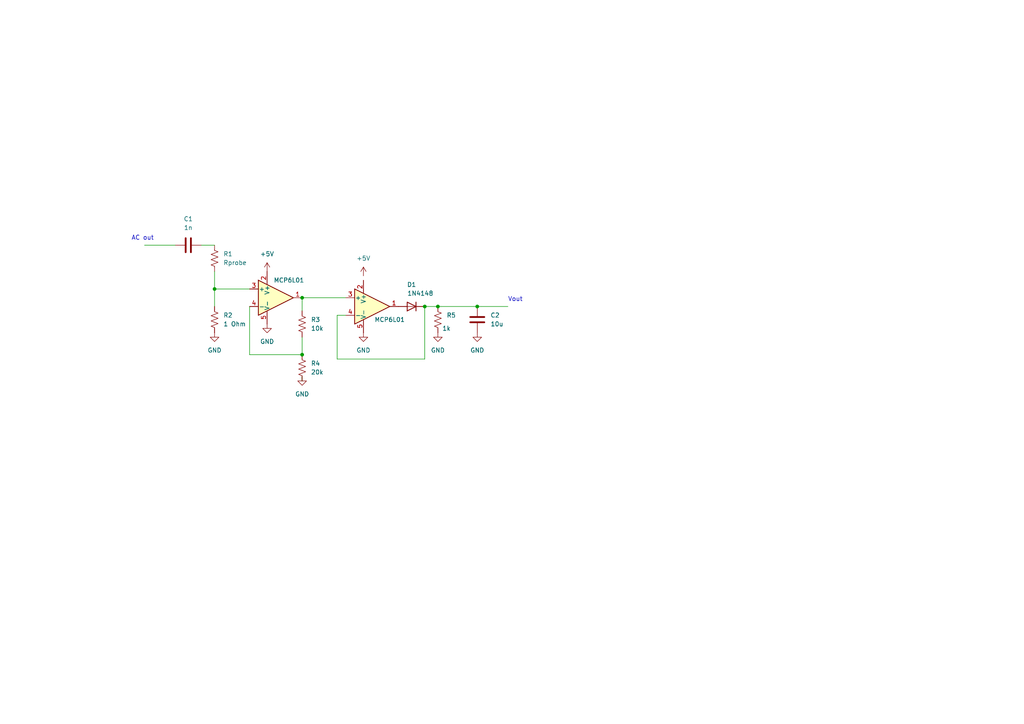
<source format=kicad_sch>
(kicad_sch (version 20230121) (generator eeschema)
  (paper "A4")
  (lib_symbols
    (symbol "Amplifier_Operational:MCP6L01Rx-xOT" (pin_names (offset 0.127))
      (property "Reference" "U" (at 0 5.08 0))
      (property "Value" "MCP6L01Rx-xOT" (at 0 -5.08 0))
      (symbol "MCP6L01Rx-xOT_0_1"
        (polyline (pts (xy -5.08 5.08) (xy 5.08 0) (xy -5.08 -5.08) (xy -5.08 5.08)) (stroke (width 0.254)) (fill (type background)))
        (pin power_in line (at -2.54 7.62 270) (length 3.81) (name "V+") (number "2"))
        (pin power_in line (at -2.54 -7.62 90) (length 3.81) (name "V-") (number "5"))
      )
      (symbol "MCP6L01Rx-xOT_1_1"
        (pin output line (at 7.62 0 180) (length 2.54) (name "~") (number "1"))
        (pin input line (at -7.62 2.54 0) (length 2.54) (name "+") (number "3"))
        (pin input line (at -7.62 -2.54 0) (length 2.54) (name "-") (number "4"))
      )
    )
    (symbol "Device:C" (pin_numbers hide) (pin_names (offset 0.254))
      (property "Reference" "C" (at 0.635 2.54 0))
      (property "Value" "C" (at 0.635 -2.54 0))
      (symbol "C_0_1"
        (polyline (pts (xy -2.032 -0.762) (xy 2.032 -0.762)) (stroke (width 0.508)))
        (polyline (pts (xy -2.032 0.762) (xy 2.032 0.762)) (stroke (width 0.508)))
      )
      (symbol "C_1_1"
        (pin passive line (at 0 3.81 270) (length 2.794) (name "~") (number "1"))
        (pin passive line (at 0 -3.81 90) (length 2.794) (name "~") (number "2"))
      )
    )
    (symbol "Device:D" (pin_numbers hide) (pin_names (offset 1.016) hide)
      (property "Reference" "D" (at 0 2.54 0))
      (property "Value" "D" (at 0 -2.54 0))
      (symbol "D_0_1"
        (polyline (pts (xy -1.27 1.27) (xy -1.27 -1.27)) (stroke (width 0.254)))
        (polyline (pts (xy 1.27 0) (xy -1.27 0)))
        (polyline (pts (xy 1.27 1.27) (xy 1.27 -1.27) (xy -1.27 0) (xy 1.27 1.27)) (stroke (width 0.254)))
      )
      (symbol "D_1_1"
        (pin passive line (at -3.81 0 0) (length 2.54) (name "K") (number "1"))
        (pin passive line (at 3.81 0 180) (length 2.54) (name "A") (number "2"))
      )
    )
    (symbol "Device:R_US" (pin_numbers hide) (pin_names (offset 0))
      (property "Reference" "R" (at 2.54 0 90))
      (property "Value" "R_US" (at -2.54 0 90))
      (symbol "R_US_0_1"
        (polyline (pts (xy 0 -2.286) (xy 0 -2.54)))
        (polyline (pts (xy 0 2.286) (xy 0 2.54)))
        (polyline (pts (xy 0 -0.762) (xy 1.016 -1.143) (xy 0 -1.524) (xy -1.016 -1.905) (xy 0 -2.286)))
        (polyline (pts (xy 0 0.762) (xy 1.016 0.381) (xy 0 0) (xy -1.016 -0.381) (xy 0 -0.762)))
        (polyline (pts (xy 0 2.286) (xy 1.016 1.905) (xy 0 1.524) (xy -1.016 1.143) (xy 0 0.762)))
      )
      (symbol "R_US_1_1"
        (pin passive line (at 0 3.81 270) (length 1.27) (name "~") (number "1"))
        (pin passive line (at 0 -3.81 90) (length 1.27) (name "~") (number "2"))
      )
    )
    (symbol "power:+5V" (power) (pin_names (offset 0))
      (property "Value" "+5V" (at 0 3.556 0))
      (symbol "+5V_0_1"
        (polyline (pts (xy -0.762 1.27) (xy 0 2.54)))
        (polyline (pts (xy 0 0) (xy 0 2.54)))
        (polyline (pts (xy 0 2.54) (xy 0.762 1.27)))
      )
      (symbol "+5V_1_1"
        (pin power_in line (at 0 0 90) (length 0) hide (name "+5V") (number "1"))
      )
    )
    (symbol "power:GND" (power) (pin_names (offset 0))
      (property "Value" "GND" (at 0 -3.81 0))
      (symbol "GND_0_1"
        (polyline (pts (xy 0 0) (xy 0 -1.27) (xy 1.27 -1.27) (xy 0 -2.54) (xy -1.27 -1.27) (xy 0 -1.27)))
      )
      (symbol "GND_1_1"
        (pin power_in line (at 0 0 270) (length 0) hide (name "GND") (number "1"))
      )
    )
  )
  (junction (at 87.63 102.87))
  (junction (at 62.23 83.82))
  (junction (at 123.19 88.9))
  (junction (at 87.63 86.36))
  (junction (at 127 88.9))
  (junction (at 138.43 88.9))
  (wire (pts (xy 41.91 71.12) (xy 50.8 71.12)))
  (wire (pts (xy 62.23 78.74) (xy 62.23 83.82)))
  (wire (pts (xy 58.42 71.12) (xy 62.23 71.12)))
  (wire (pts (xy 87.63 90.17) (xy 87.63 86.36)))
  (wire (pts (xy 127 88.9) (xy 138.43 88.9)))
  (wire (pts (xy 72.39 102.87) (xy 87.63 102.87)))
  (wire (pts (xy 87.63 109.22) (xy 87.63 110.49)))
  (wire (pts (xy 97.79 104.14) (xy 123.19 104.14)))
  (wire (pts (xy 62.23 83.82) (xy 72.39 83.82)))
  (wire (pts (xy 87.63 97.79) (xy 87.63 102.87)))
  (wire (pts (xy 97.79 91.44) (xy 100.33 91.44)))
  (wire (pts (xy 97.79 91.44) (xy 97.79 104.14)))
  (wire (pts (xy 123.19 104.14) (xy 123.19 88.9)))
  (wire (pts (xy 62.23 83.82) (xy 62.23 88.9)))
  (wire (pts (xy 123.19 88.9) (xy 127 88.9)))
  (wire (pts (xy 87.63 86.36) (xy 100.33 86.36)))
  (wire (pts (xy 72.39 88.9) (xy 72.39 102.87)))
  (wire (pts (xy 138.43 88.9) (xy 147.32 88.9)))
  (text "Vout" (at 147.32 87.63 0) (effects (font (size 1.27 1.27)) (justify left bottom)))
  (text "AC out" (at 38.1 69.85 0) (effects (font (size 1.27 1.27)) (justify left bottom)))
  (symbol (lib_id "Device:D") (at 119.38 88.9 180) (unit 1)
    (property "Reference" "D1" (at 119.38 82.55 0))
    (property "Value" "1N4148" (at 121.92 85.09 0))
    (property "Sim.Device" "D" (effects hide))
    (property "Sim.Pins" "1=K 2=A" (effects hide))
  )
  (symbol (lib_id "Device:R_US") (at 87.63 93.98 0) (unit 1)
    (property "Reference" "R3" (at 90.17 92.71 0) (effects (justify left)))
    (property "Value" "10k" (at 90.17 95.25 0) (effects (justify left)))
  )
  (symbol (lib_id "Device:R_US") (at 87.63 106.68 0) (unit 1)
    (property "Reference" "R4" (at 90.17 105.41 0) (effects (justify left)))
    (property "Value" "20k" (at 90.17 107.95 0) (effects (justify left)))
  )
  (symbol (lib_id "power:+5V") (at 105.41 80.01 0) (unit 1)
    (property "Reference" "#PWR08" (effects hide))
    (property "Value" "+5V" (at 105.41 74.93 0))
  )
  (symbol (lib_id "Device:C") (at 54.61 71.12 90) (unit 1)
    (property "Reference" "C1" (at 54.61 63.5 90))
    (property "Value" "1n" (at 54.61 66.04 90))
  )
  (symbol (lib_id "Amplifier_Operational:MCP6L01Rx-xOT") (at 107.95 88.9 0) (unit 1)
    (property "Reference" "U2" (effects hide))
    (property "Value" "MCP6L01" (at 113.03 92.71 0))
    (property "Footprint" "Package_TO_SOT_SMD:SOT-23-5" (effects hide))
    (property "Datasheet" "http://ww1.microchip.com/downloads/en/devicedoc/22140b.pdf" (effects hide))
  )
  (symbol (lib_id "Amplifier_Operational:MCP6L01Rx-xOT") (at 80.01 86.36 0) (unit 1)
    (property "Reference" "U1" (effects hide))
    (property "Value" "MCP6L01" (at 83.82 81.28 0))
    (property "Footprint" "Package_TO_SOT_SMD:SOT-23-5" (effects hide))
    (property "Datasheet" "http://ww1.microchip.com/downloads/en/devicedoc/22140b.pdf" (effects hide))
  )
  (symbol (lib_id "power:+5V") (at 77.47 78.74 0) (unit 1)
    (property "Reference" "#PWR02" (effects hide))
    (property "Value" "+5V" (at 77.47 73.66 0))
  )
  (symbol (lib_id "power:GND") (at 127 96.52 0) (unit 1)
    (property "Reference" "#PWR06" (effects hide))
    (property "Value" "GND" (at 127 101.6 0))
  )
  (symbol (lib_id "power:GND") (at 138.43 96.52 0) (unit 1)
    (property "Reference" "#PWR07" (effects hide))
    (property "Value" "GND" (at 138.43 101.6 0))
  )
  (symbol (lib_id "Device:R_US") (at 62.23 74.93 0) (unit 1)
    (property "Reference" "R1" (at 64.77 73.66 0) (effects (justify left)))
    (property "Value" "Rprobe" (at 64.77 76.2 0) (effects (justify left)))
  )
  (symbol (lib_id "power:GND") (at 77.47 93.98 0) (unit 1)
    (property "Reference" "#PWR04" (effects hide))
    (property "Value" "GND" (at 77.47 99.06 0))
  )
  (symbol (lib_id "power:GND") (at 62.23 96.52 0) (unit 1)
    (property "Reference" "#PWR01" (effects hide))
    (property "Value" "GND" (at 62.23 101.6 0))
  )
  (symbol (lib_id "power:GND") (at 87.63 109.22 0) (unit 1)
    (property "Reference" "#PWR03" (effects hide))
    (property "Value" "GND" (at 87.63 114.3 0))
  )
  (symbol (lib_id "power:GND") (at 105.41 96.52 0) (unit 1)
    (property "Reference" "#PWR05" (effects hide))
    (property "Value" "GND" (at 105.41 101.6 0))
  )
  (symbol (lib_id "Device:C") (at 138.43 92.71 0) (unit 1)
    (property "Reference" "C2" (at 142.24 91.44 0) (effects (justify left)))
    (property "Value" "10u" (at 142.24 93.98 0) (effects (justify left)))
  )
  (symbol (lib_id "Device:R_US") (at 62.23 92.71 0) (unit 1)
    (property "Reference" "R2" (at 64.77 91.44 0) (effects (justify left)))
    (property "Value" "1 Ohm" (at 64.77 93.98 0) (effects (justify left)))
  )
  (symbol (lib_id "Device:R_US") (at 127 92.71 0) (unit 1)
    (property "Reference" "R5" (at 129.54 91.44 0) (effects (justify left)))
    (property "Value" "1k" (at 128.27 95.25 0) (effects (justify left)))
  )
)
</source>
